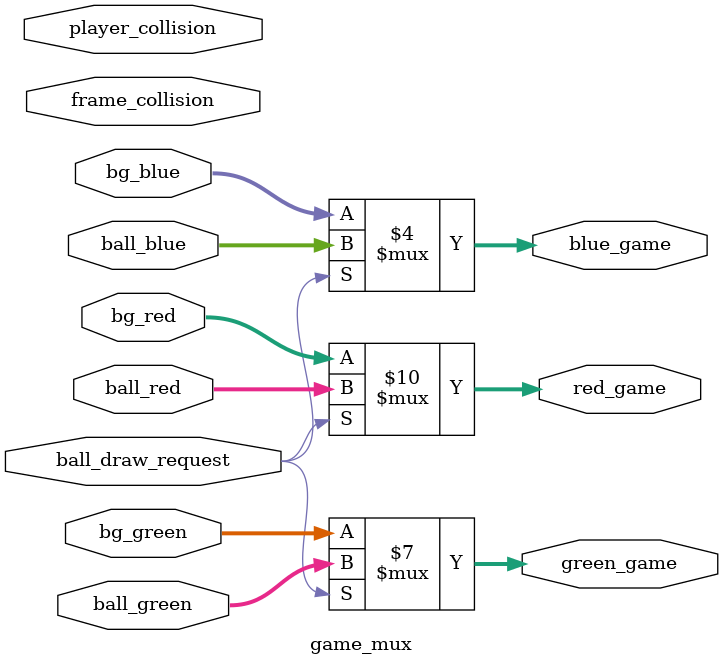
<source format=sv>

module game_mux (
	input		[3:0] bg_red,
	input		[3:0] bg_green,
	input		[3:0] bg_blue,
	
	input				ball_draw_request,
	input		[3:0] ball_red,
	input		[3:0] ball_green,
	input		[3:0] ball_blue,
	
	input				frame_collision,
	input				player_collision,

	output	[3:0] red_game,
	output	[3:0] green_game,
	output	[3:0] blue_game

);

always_comb begin
    if (ball_draw_request == 1'b1)begin
			red_game = ball_red;
			green_game = ball_green;
			blue_game = ball_blue;
		end
    else begin
			red_game = bg_red;
			green_game = bg_green;
			blue_game = bg_blue;
		end
end //always_comb


endmodule

</source>
